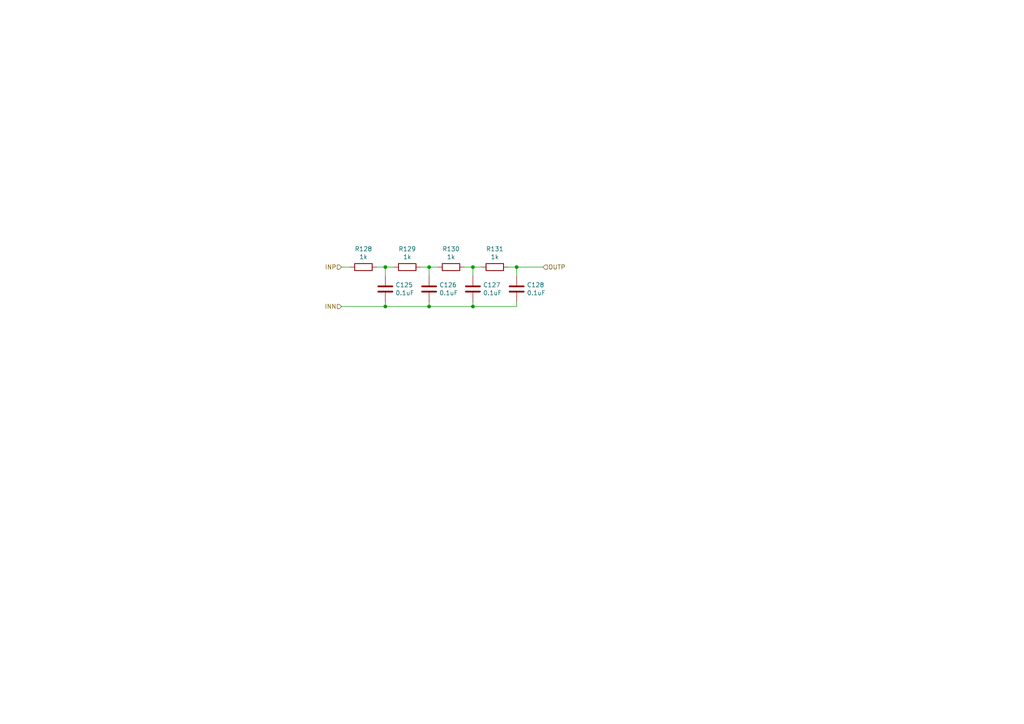
<source format=kicad_sch>
(kicad_sch (version 20211123) (generator eeschema)
  (paper "A4")
  (lib_symbols
    (symbol "Device:C" (pin_numbers hide) (pin_names (offset 0.254))
      (property "Reference" "C" (at 0.635 2.54 0))
      (property "Value" "C" (at 0.635 -2.54 0))
      (symbol "C_0_1"
        (polyline (pts (xy -2.032 -0.762) (xy 2.032 -0.762)) (stroke (width 0.508)))
        (polyline (pts (xy -2.032 0.762) (xy 2.032 0.762)) (stroke (width 0.508)))
      )
      (symbol "C_1_1"
        (pin passive line (at 0 3.81 270) (length 2.794) (name "~") (number "1"))
        (pin passive line (at 0 -3.81 90) (length 2.794) (name "~") (number "2"))
      )
    )
    (symbol "Device:R" (pin_numbers hide) (pin_names (offset 0))
      (property "Reference" "R" (at 2.032 0 90))
      (property "Value" "R" (at 0 0 90))
      (symbol "R_0_1"
        (rectangle (start -1.016 -2.54) (end 1.016 2.54) (stroke (width 0.254)))
      )
      (symbol "R_1_1"
        (pin passive line (at 0 3.81 270) (length 1.27) (name "~") (number "1"))
        (pin passive line (at 0 -3.81 90) (length 1.27) (name "~") (number "2"))
      )
    )
  )
  (junction (at 149.86 77.47))
  (junction (at 111.76 88.9))
  (junction (at 124.46 77.47))
  (junction (at 137.16 88.9))
  (junction (at 111.76 77.47))
  (junction (at 124.46 88.9))
  (junction (at 137.16 77.47))
  (wire (pts (xy 111.76 87.63) (xy 111.76 88.9)))
  (wire (pts (xy 99.06 77.47) (xy 101.6 77.47)))
  (wire (pts (xy 149.86 87.63) (xy 149.86 88.9)))
  (wire (pts (xy 134.62 77.47) (xy 137.16 77.47)))
  (wire (pts (xy 137.16 87.63) (xy 137.16 88.9)))
  (wire (pts (xy 149.86 77.47) (xy 149.86 80.01)))
  (wire (pts (xy 99.06 88.9) (xy 111.76 88.9)))
  (wire (pts (xy 149.86 88.9) (xy 137.16 88.9)))
  (wire (pts (xy 121.92 77.47) (xy 124.46 77.47)))
  (wire (pts (xy 149.86 77.47) (xy 157.48 77.47)))
  (wire (pts (xy 111.76 77.47) (xy 111.76 80.01)))
  (wire (pts (xy 137.16 77.47) (xy 137.16 80.01)))
  (wire (pts (xy 111.76 88.9) (xy 124.46 88.9)))
  (wire (pts (xy 124.46 77.47) (xy 124.46 80.01)))
  (wire (pts (xy 137.16 77.47) (xy 139.7 77.47)))
  (wire (pts (xy 124.46 87.63) (xy 124.46 88.9)))
  (wire (pts (xy 137.16 88.9) (xy 124.46 88.9)))
  (wire (pts (xy 111.76 77.47) (xy 114.3 77.47)))
  (wire (pts (xy 147.32 77.47) (xy 149.86 77.47)))
  (wire (pts (xy 109.22 77.47) (xy 111.76 77.47)))
  (wire (pts (xy 124.46 77.47) (xy 127 77.47)))
  (hierarchical_label "INP" (shape input) (at 99.06 77.47 180))
  (hierarchical_label "INN" (shape input) (at 99.06 88.9 180))
  (hierarchical_label "OUTP" (shape input) (at 157.48 77.47 0))
  (symbol (lib_id "Device:C") (at 137.16 83.82 0)
    (property "Reference" "C127" (at 140.081 82.6516 0) (effects (justify left)))
    (property "Value" "0.1uF" (at 140.081 84.963 0) (effects (justify left)))
    (property "Footprint" "Capacitor_SMD:C_0603_1608Metric" (effects hide))
    (property "Datasheet" "https://media.digikey.com/pdf/Data%20Sheets/Samsung%20PDFs/CL10B104KC8NNNC_Spec.pdf" (effects hide))
    (property "Digi-Key_PN" "587-6323-2-ND" (effects hide))
    (property "Description" "CAP CER 0.1UF 100V X7R 0603" (effects hide))
    (property "Manufacturer_Name" "Samsung" (effects hide))
    (property "Manufacturer_Part_Number" "CL10B104KC8NNNC" (effects hide))
  )
  (symbol (lib_id "Device:R") (at 118.11 77.47 270)
    (property "Reference" "R129" (at 118.11 72.2122 90))
    (property "Value" "1k" (at 118.11 74.5236 90))
    (property "Footprint" "Resistor_SMD:R_0603_1608Metric" (effects hide))
    (property "Datasheet" "https://www.seielect.com/catalog/sei-rmcf_rmcp.pdf" (effects hide))
    (property "Manufacturer_Name" "Stackpole Electronics Inc" (effects hide))
    (property "Manufacturer_Part_Number" "RMCF0603JJ1K00" (effects hide))
    (property "Digi-Key_PN" "RMCF0603JJ1K00CT-ND" (effects hide))
    (property "Description" "RES 1K OHM 5% 1/10W 0603" (effects hide))
  )
  (symbol (lib_id "Device:C") (at 124.46 83.82 0)
    (property "Reference" "C126" (at 127.381 82.6516 0) (effects (justify left)))
    (property "Value" "0.1uF" (at 127.381 84.963 0) (effects (justify left)))
    (property "Footprint" "Capacitor_SMD:C_0603_1608Metric" (effects hide))
    (property "Datasheet" "https://media.digikey.com/pdf/Data%20Sheets/Samsung%20PDFs/CL10B104KC8NNNC_Spec.pdf" (effects hide))
    (property "Digi-Key_PN" "587-6323-2-ND" (effects hide))
    (property "Description" "CAP CER 0.1UF 100V X7R 0603" (effects hide))
    (property "Manufacturer_Name" "Samsung" (effects hide))
    (property "Manufacturer_Part_Number" "CL10B104KC8NNNC" (effects hide))
  )
  (symbol (lib_id "Device:C") (at 149.86 83.82 0)
    (property "Reference" "C128" (at 152.781 82.6516 0) (effects (justify left)))
    (property "Value" "0.1uF" (at 152.781 84.963 0) (effects (justify left)))
    (property "Footprint" "Capacitor_SMD:C_0603_1608Metric" (effects hide))
    (property "Datasheet" "https://media.digikey.com/pdf/Data%20Sheets/Samsung%20PDFs/CL10B104KC8NNNC_Spec.pdf" (effects hide))
    (property "Digi-Key_PN" "587-6323-2-ND" (effects hide))
    (property "Description" "CAP CER 0.1UF 100V X7R 0603" (effects hide))
    (property "Manufacturer_Name" "Samsung" (effects hide))
    (property "Manufacturer_Part_Number" "CL10B104KC8NNNC" (effects hide))
  )
  (symbol (lib_id "Device:C") (at 111.76 83.82 0)
    (property "Reference" "C125" (at 114.681 82.6516 0) (effects (justify left)))
    (property "Value" "0.1uF" (at 114.681 84.963 0) (effects (justify left)))
    (property "Footprint" "Capacitor_SMD:C_0603_1608Metric" (effects hide))
    (property "Datasheet" "https://media.digikey.com/pdf/Data%20Sheets/Samsung%20PDFs/CL10B104KC8NNNC_Spec.pdf" (effects hide))
    (property "Digi-Key_PN" "587-6323-2-ND" (effects hide))
    (property "Description" "CAP CER 0.1UF 100V X7R 0603" (effects hide))
    (property "Manufacturer_Name" "Samsung" (effects hide))
    (property "Manufacturer_Part_Number" "CL10B104KC8NNNC" (effects hide))
  )
  (symbol (lib_id "Device:R") (at 105.41 77.47 270)
    (property "Reference" "R128" (at 105.41 72.2122 90))
    (property "Value" "1k" (at 105.41 74.5236 90))
    (property "Footprint" "Resistor_SMD:R_0603_1608Metric" (effects hide))
    (property "Datasheet" "https://www.seielect.com/catalog/sei-rmcf_rmcp.pdf" (effects hide))
    (property "Digi-Key_PN" "RMCF0603JJ1K00CT-ND" (effects hide))
    (property "Description" "RES 1K OHM 5% 1/10W 0603" (effects hide))
    (property "Manufacturer_Name" "Stackpole Electronics Inc" (effects hide))
    (property "Manufacturer_Part_Number" "RMCF0603JJ1K00" (effects hide))
  )
  (symbol (lib_id "Device:R") (at 143.51 77.47 270)
    (property "Reference" "R131" (at 143.51 72.2122 90))
    (property "Value" "1k" (at 143.51 74.5236 90))
    (property "Footprint" "Resistor_SMD:R_0603_1608Metric" (effects hide))
    (property "Datasheet" "https://www.seielect.com/catalog/sei-rmcf_rmcp.pdf" (effects hide))
    (property "Digi-Key_PN" "RMCF0603JJ1K00CT-ND" (effects hide))
    (property "Description" "RES 1K OHM 5% 1/10W 0603" (effects hide))
    (property "Manufacturer_Name" "Stackpole Electronics Inc" (effects hide))
    (property "Manufacturer_Part_Number" "RMCF0603JJ1K00" (effects hide))
  )
  (symbol (lib_id "Device:R") (at 130.81 77.47 270)
    (property "Reference" "R130" (at 130.81 72.2122 90))
    (property "Value" "1k" (at 130.81 74.5236 90))
    (property "Footprint" "Resistor_SMD:R_0603_1608Metric" (effects hide))
    (property "Datasheet" "https://www.seielect.com/catalog/sei-rmcf_rmcp.pdf" (effects hide))
    (property "Digi-Key_PN" "RMCF0603JJ1K00CT-ND" (effects hide))
    (property "Description" "RES 1K OHM 5% 1/10W 0603" (effects hide))
    (property "Manufacturer_Name" "Stackpole Electronics Inc" (effects hide))
    (property "Manufacturer_Part_Number" "RMCF0603JJ1K00" (effects hide))
  )
)
</source>
